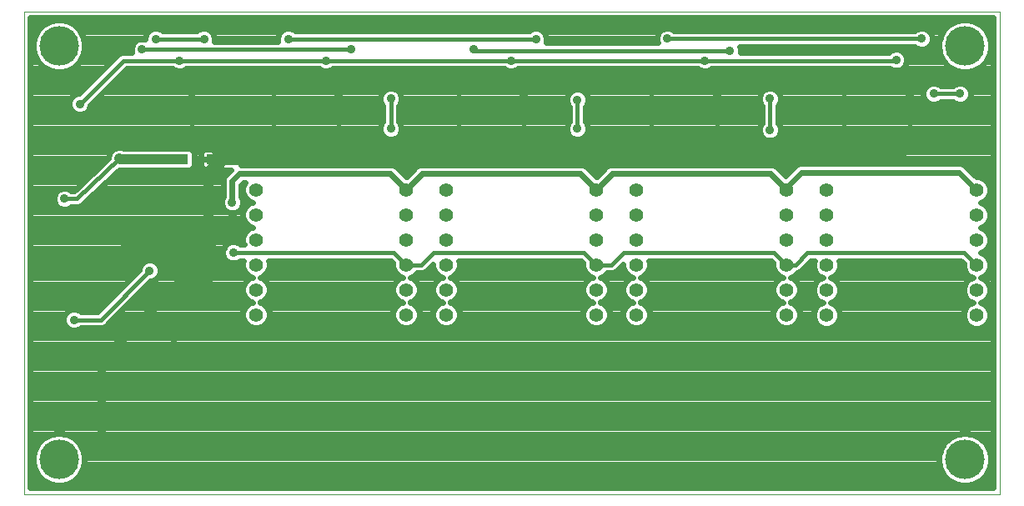
<source format=gtl>
G75*
%MOIN*%
%OFA0B0*%
%FSLAX25Y25*%
%IPPOS*%
%LPD*%
%AMOC8*
5,1,8,0,0,1.08239X$1,22.5*
%
%ADD10C,0.00000*%
%ADD11C,0.05600*%
%ADD12R,0.11614X0.03937*%
%ADD13C,0.04000*%
%ADD14C,0.04134*%
%ADD15C,0.03562*%
%ADD16C,0.01600*%
%ADD17C,0.02400*%
%ADD18C,0.05600*%
%ADD19C,0.03200*%
%ADD20C,0.15811*%
D10*
X0001000Y0006275D02*
X0001000Y0199189D01*
X0390764Y0199189D01*
X0390764Y0006275D01*
X0001000Y0006275D01*
D11*
X0093608Y0077947D03*
X0093608Y0087947D03*
X0093608Y0097947D03*
X0093608Y0107947D03*
X0093608Y0117947D03*
X0093608Y0127947D03*
X0153608Y0127947D03*
X0169608Y0127947D03*
X0169608Y0117947D03*
X0153608Y0117947D03*
X0153608Y0107947D03*
X0169608Y0107947D03*
X0169608Y0097947D03*
X0153608Y0097947D03*
X0153608Y0087947D03*
X0169608Y0087947D03*
X0169608Y0077947D03*
X0153608Y0077947D03*
X0229608Y0077947D03*
X0245608Y0077947D03*
X0245608Y0087947D03*
X0229608Y0087947D03*
X0229608Y0097947D03*
X0245608Y0097947D03*
X0245608Y0107947D03*
X0229608Y0107947D03*
X0229608Y0117947D03*
X0245608Y0117947D03*
X0245608Y0127947D03*
X0229608Y0127947D03*
X0305608Y0127947D03*
X0321669Y0127761D03*
X0321669Y0117761D03*
X0305608Y0117947D03*
X0305608Y0107947D03*
X0321669Y0107761D03*
X0321669Y0097761D03*
X0305608Y0097947D03*
X0305608Y0087947D03*
X0321669Y0087761D03*
X0321669Y0077761D03*
X0305608Y0077947D03*
X0381669Y0077761D03*
X0381669Y0087761D03*
X0381669Y0097761D03*
X0381669Y0107761D03*
X0381669Y0117761D03*
X0381669Y0127761D03*
D12*
X0079583Y0140063D03*
X0060686Y0140063D03*
D13*
X0039276Y0140063D01*
X0039031Y0140307D01*
X0074531Y0135011D02*
X0074531Y0124807D01*
X0074531Y0107941D01*
X0075803Y0106669D01*
X0075394Y0106669D01*
X0075031Y0106307D01*
X0074531Y0135011D02*
X0079583Y0140063D01*
D14*
X0039031Y0140307D03*
D15*
X0045531Y0145307D03*
X0023205Y0162260D03*
X0047972Y0184079D03*
X0053572Y0188110D03*
X0062972Y0179547D03*
X0072772Y0188110D03*
X0100531Y0170307D03*
X0121472Y0179547D03*
X0131472Y0184079D03*
X0106472Y0188110D03*
X0126531Y0165307D03*
X0147531Y0164307D03*
X0147531Y0152307D03*
X0177031Y0146807D03*
X0200531Y0165807D03*
X0222031Y0163807D03*
X0222031Y0152307D03*
X0253031Y0145307D03*
X0278031Y0165307D03*
X0299031Y0164307D03*
X0299031Y0151807D03*
X0331031Y0145307D03*
X0355031Y0165307D03*
X0364531Y0166307D03*
X0375031Y0166307D03*
X0349531Y0179807D03*
X0359602Y0188307D03*
X0328531Y0170307D03*
X0282972Y0183579D03*
X0272972Y0179547D03*
X0258031Y0188307D03*
X0251531Y0170807D03*
X0205472Y0188110D03*
X0195472Y0179547D03*
X0180472Y0184079D03*
X0174531Y0170807D03*
X0103031Y0146307D03*
X0068031Y0164807D03*
X0074531Y0124807D03*
X0084031Y0122807D03*
X0075031Y0106307D03*
X0084531Y0102807D03*
X0074531Y0089807D03*
X0051031Y0095507D03*
X0041031Y0106307D03*
X0017031Y0124307D03*
X0020831Y0075907D03*
X0071031Y0057507D03*
X0041282Y0027113D03*
X0032031Y0027707D03*
X0015631Y0040707D03*
D16*
X0050181Y0077957D02*
X0070631Y0057507D01*
X0071031Y0057507D01*
X0051031Y0095507D02*
X0031431Y0075907D01*
X0020831Y0075907D01*
X0041031Y0106307D02*
X0075031Y0106307D01*
X0084531Y0102807D02*
X0148748Y0102807D01*
X0153608Y0097947D01*
X0159672Y0097947D01*
X0164531Y0102807D01*
X0224748Y0102807D01*
X0229608Y0097947D01*
X0235672Y0097947D01*
X0240531Y0102807D01*
X0300748Y0102807D01*
X0305608Y0097947D01*
X0309172Y0097947D01*
X0314031Y0102807D01*
X0376623Y0102807D01*
X0381669Y0097761D01*
X0331031Y0141859D02*
X0330031Y0140859D01*
X0331031Y0141859D02*
X0331031Y0145307D01*
X0328531Y0147807D01*
X0328531Y0170307D01*
X0349531Y0179547D02*
X0272972Y0179547D01*
X0195472Y0179547D01*
X0121472Y0179547D01*
X0062972Y0179547D01*
X0040492Y0179547D01*
X0023205Y0162260D01*
X0045531Y0145307D02*
X0061031Y0145307D01*
X0068031Y0152307D01*
X0068031Y0151615D01*
X0079583Y0140063D01*
X0100531Y0148807D02*
X0103031Y0146307D01*
X0103031Y0141859D01*
X0102031Y0140859D01*
X0100531Y0148807D02*
X0100531Y0170307D01*
X0126531Y0165307D02*
X0126531Y0141359D01*
X0126031Y0140859D01*
X0147531Y0152307D02*
X0147531Y0164307D01*
X0174531Y0170807D02*
X0174531Y0149307D01*
X0177031Y0146807D01*
X0177031Y0141359D01*
X0176531Y0140859D01*
X0200531Y0140859D02*
X0200531Y0165807D01*
X0222031Y0163807D02*
X0222031Y0152307D01*
X0251531Y0146807D02*
X0253031Y0145307D01*
X0253031Y0141859D01*
X0254031Y0140859D01*
X0251531Y0146807D02*
X0251531Y0170807D01*
X0278031Y0165307D02*
X0278031Y0141859D01*
X0277031Y0140859D01*
X0299031Y0151807D02*
X0299031Y0164307D01*
X0282972Y0183579D02*
X0180472Y0183579D01*
X0180472Y0184079D01*
X0205472Y0188110D02*
X0106472Y0188110D01*
X0131472Y0184079D02*
X0047972Y0184079D01*
X0053572Y0188110D02*
X0072772Y0188110D01*
X0062972Y0179547D02*
X0062937Y0179583D01*
X0062972Y0179547D02*
X0062872Y0179447D01*
X0068031Y0164807D02*
X0068031Y0152307D01*
X0039031Y0140307D02*
X0022031Y0124307D01*
X0017031Y0124307D01*
X0258031Y0188307D02*
X0359602Y0188307D01*
X0349531Y0179807D02*
X0349531Y0179547D01*
X0364531Y0166307D02*
X0375031Y0166307D01*
X0355031Y0165307D02*
X0355031Y0147307D01*
D17*
X0375339Y0138407D02*
X0310815Y0138407D01*
X0309492Y0137859D01*
X0308480Y0136846D01*
X0305140Y0133506D01*
X0301287Y0137359D01*
X0299964Y0137907D01*
X0235315Y0137907D01*
X0233992Y0137359D01*
X0232980Y0136346D01*
X0229780Y0133147D01*
X0229499Y0133147D01*
X0225287Y0137359D01*
X0223964Y0137907D01*
X0159315Y0137907D01*
X0157992Y0137359D01*
X0156980Y0136346D01*
X0153780Y0133147D01*
X0153499Y0133147D01*
X0149287Y0137359D01*
X0147964Y0137907D01*
X0087591Y0137907D01*
X0087591Y0140063D01*
X0087591Y0142321D01*
X0087441Y0142881D01*
X0087151Y0143382D01*
X0086741Y0143792D01*
X0086240Y0144081D01*
X0085680Y0144231D01*
X0079584Y0144231D01*
X0079584Y0140063D01*
X0087591Y0140063D01*
X0079584Y0140063D01*
X0079584Y0140063D01*
X0079583Y0140063D01*
X0079583Y0140063D01*
X0071576Y0140063D01*
X0071576Y0142321D01*
X0071726Y0142881D01*
X0072016Y0143382D01*
X0072426Y0143792D01*
X0072927Y0144081D01*
X0073487Y0144231D01*
X0079583Y0144231D01*
X0079583Y0140063D01*
X0071576Y0140063D01*
X0071576Y0137805D01*
X0071726Y0137245D01*
X0072016Y0136744D01*
X0072426Y0136334D01*
X0072927Y0136044D01*
X0073487Y0135894D01*
X0079583Y0135894D01*
X0079583Y0140063D01*
X0079584Y0140063D01*
X0079584Y0135894D01*
X0083528Y0135894D01*
X0080980Y0133346D01*
X0080431Y0132023D01*
X0080431Y0125042D01*
X0079850Y0123639D01*
X0079850Y0121975D01*
X0080487Y0120439D01*
X0081663Y0119262D01*
X0083200Y0118626D01*
X0084863Y0118626D01*
X0086400Y0119262D01*
X0087576Y0120439D01*
X0088213Y0121975D01*
X0088213Y0123639D01*
X0087631Y0125042D01*
X0087631Y0129816D01*
X0088523Y0130707D01*
X0089123Y0130707D01*
X0088408Y0128981D01*
X0088408Y0126913D01*
X0089200Y0125002D01*
X0090662Y0123539D01*
X0092091Y0122947D01*
X0090662Y0122355D01*
X0089200Y0120893D01*
X0088408Y0118981D01*
X0088408Y0116913D01*
X0089200Y0115002D01*
X0090662Y0113539D01*
X0092091Y0112947D01*
X0090662Y0112355D01*
X0089200Y0110893D01*
X0088408Y0108981D01*
X0088408Y0106913D01*
X0088783Y0106007D01*
X0087244Y0106007D01*
X0086900Y0106352D01*
X0085363Y0106988D01*
X0083700Y0106988D01*
X0082163Y0106352D01*
X0080987Y0105175D01*
X0080350Y0103639D01*
X0080350Y0101975D01*
X0080987Y0100439D01*
X0082163Y0099262D01*
X0083700Y0098626D01*
X0085363Y0098626D01*
X0086900Y0099262D01*
X0087244Y0099607D01*
X0088667Y0099607D01*
X0088408Y0098981D01*
X0088408Y0096913D01*
X0089200Y0095002D01*
X0090662Y0093539D01*
X0092091Y0092947D01*
X0090662Y0092355D01*
X0089200Y0090893D01*
X0088408Y0088981D01*
X0088408Y0086913D01*
X0089200Y0085002D01*
X0090662Y0083539D01*
X0092091Y0082947D01*
X0090662Y0082355D01*
X0089200Y0080893D01*
X0088408Y0078981D01*
X0088408Y0076913D01*
X0089200Y0075002D01*
X0090662Y0073539D01*
X0092574Y0072747D01*
X0094642Y0072747D01*
X0096553Y0073539D01*
X0098016Y0075002D01*
X0098808Y0076913D01*
X0098808Y0078981D01*
X0098016Y0080893D01*
X0096553Y0082355D01*
X0095125Y0082947D01*
X0096553Y0083539D01*
X0098016Y0085002D01*
X0098808Y0086913D01*
X0098808Y0088981D01*
X0098016Y0090893D01*
X0096553Y0092355D01*
X0095125Y0092947D01*
X0096553Y0093539D01*
X0098016Y0095002D01*
X0098808Y0096913D01*
X0098808Y0098981D01*
X0098549Y0099607D01*
X0147423Y0099607D01*
X0148408Y0098622D01*
X0148408Y0096913D01*
X0149200Y0095002D01*
X0150662Y0093539D01*
X0152091Y0092947D01*
X0150662Y0092355D01*
X0149200Y0090893D01*
X0148408Y0088981D01*
X0148408Y0086913D01*
X0149200Y0085002D01*
X0150662Y0083539D01*
X0152091Y0082947D01*
X0150662Y0082355D01*
X0149200Y0080893D01*
X0148408Y0078981D01*
X0148408Y0076913D01*
X0149200Y0075002D01*
X0150662Y0073539D01*
X0152574Y0072747D01*
X0154642Y0072747D01*
X0156553Y0073539D01*
X0158016Y0075002D01*
X0158808Y0076913D01*
X0158808Y0078981D01*
X0158016Y0080893D01*
X0156553Y0082355D01*
X0155125Y0082947D01*
X0156553Y0083539D01*
X0158016Y0085002D01*
X0158808Y0086913D01*
X0158808Y0088981D01*
X0158016Y0090893D01*
X0156553Y0092355D01*
X0155125Y0092947D01*
X0156553Y0093539D01*
X0157762Y0094747D01*
X0160308Y0094747D01*
X0161484Y0095234D01*
X0164408Y0098158D01*
X0164408Y0096913D01*
X0165200Y0095002D01*
X0166662Y0093539D01*
X0168091Y0092947D01*
X0166662Y0092355D01*
X0165200Y0090893D01*
X0164408Y0088981D01*
X0164408Y0086913D01*
X0165200Y0085002D01*
X0166662Y0083539D01*
X0168091Y0082947D01*
X0166662Y0082355D01*
X0165200Y0080893D01*
X0164408Y0078981D01*
X0164408Y0076913D01*
X0165200Y0075002D01*
X0166662Y0073539D01*
X0168574Y0072747D01*
X0170642Y0072747D01*
X0172553Y0073539D01*
X0174016Y0075002D01*
X0174808Y0076913D01*
X0174808Y0078981D01*
X0174016Y0080893D01*
X0172553Y0082355D01*
X0171125Y0082947D01*
X0172553Y0083539D01*
X0174016Y0085002D01*
X0174808Y0086913D01*
X0174808Y0088981D01*
X0174016Y0090893D01*
X0172553Y0092355D01*
X0171125Y0092947D01*
X0172553Y0093539D01*
X0174016Y0095002D01*
X0174808Y0096913D01*
X0174808Y0098981D01*
X0174549Y0099607D01*
X0223423Y0099607D01*
X0224408Y0098622D01*
X0224408Y0096913D01*
X0225200Y0095002D01*
X0226662Y0093539D01*
X0228091Y0092947D01*
X0226662Y0092355D01*
X0225200Y0090893D01*
X0224408Y0088981D01*
X0224408Y0086913D01*
X0225200Y0085002D01*
X0226662Y0083539D01*
X0228091Y0082947D01*
X0226662Y0082355D01*
X0225200Y0080893D01*
X0224408Y0078981D01*
X0224408Y0076913D01*
X0225200Y0075002D01*
X0226662Y0073539D01*
X0228574Y0072747D01*
X0230642Y0072747D01*
X0232553Y0073539D01*
X0234016Y0075002D01*
X0234808Y0076913D01*
X0234808Y0078981D01*
X0234016Y0080893D01*
X0232553Y0082355D01*
X0231125Y0082947D01*
X0232553Y0083539D01*
X0234016Y0085002D01*
X0234808Y0086913D01*
X0234808Y0088981D01*
X0234016Y0090893D01*
X0232553Y0092355D01*
X0231125Y0092947D01*
X0232553Y0093539D01*
X0233762Y0094747D01*
X0236308Y0094747D01*
X0237484Y0095234D01*
X0240408Y0098158D01*
X0240408Y0096913D01*
X0241200Y0095002D01*
X0242662Y0093539D01*
X0244091Y0092947D01*
X0242662Y0092355D01*
X0241200Y0090893D01*
X0240408Y0088981D01*
X0240408Y0086913D01*
X0241200Y0085002D01*
X0242662Y0083539D01*
X0244091Y0082947D01*
X0242662Y0082355D01*
X0241200Y0080893D01*
X0240408Y0078981D01*
X0240408Y0076913D01*
X0241200Y0075002D01*
X0242662Y0073539D01*
X0244574Y0072747D01*
X0246642Y0072747D01*
X0248553Y0073539D01*
X0250016Y0075002D01*
X0250808Y0076913D01*
X0250808Y0078981D01*
X0250016Y0080893D01*
X0248553Y0082355D01*
X0247125Y0082947D01*
X0248553Y0083539D01*
X0250016Y0085002D01*
X0250808Y0086913D01*
X0250808Y0088981D01*
X0250016Y0090893D01*
X0248553Y0092355D01*
X0247125Y0092947D01*
X0248553Y0093539D01*
X0250016Y0095002D01*
X0250808Y0096913D01*
X0250808Y0098981D01*
X0250549Y0099607D01*
X0299423Y0099607D01*
X0300408Y0098622D01*
X0300408Y0096913D01*
X0301200Y0095002D01*
X0302662Y0093539D01*
X0304091Y0092947D01*
X0302662Y0092355D01*
X0301200Y0090893D01*
X0300408Y0088981D01*
X0300408Y0086913D01*
X0301200Y0085002D01*
X0302662Y0083539D01*
X0304091Y0082947D01*
X0302662Y0082355D01*
X0301200Y0080893D01*
X0300408Y0078981D01*
X0300408Y0076913D01*
X0301200Y0075002D01*
X0302662Y0073539D01*
X0304574Y0072747D01*
X0306642Y0072747D01*
X0308553Y0073539D01*
X0310016Y0075002D01*
X0310808Y0076913D01*
X0310808Y0078981D01*
X0310016Y0080893D01*
X0308553Y0082355D01*
X0307125Y0082947D01*
X0308553Y0083539D01*
X0310016Y0085002D01*
X0310808Y0086913D01*
X0310808Y0088981D01*
X0310016Y0090893D01*
X0308553Y0092355D01*
X0307125Y0092947D01*
X0308553Y0093539D01*
X0309762Y0094747D01*
X0309808Y0094747D01*
X0310984Y0095234D01*
X0315357Y0099607D01*
X0316806Y0099607D01*
X0316469Y0098795D01*
X0316469Y0096726D01*
X0317261Y0094815D01*
X0318724Y0093352D01*
X0320152Y0092761D01*
X0318724Y0092169D01*
X0317261Y0090706D01*
X0316469Y0088795D01*
X0316469Y0086726D01*
X0317261Y0084815D01*
X0318724Y0083352D01*
X0320152Y0082761D01*
X0318724Y0082169D01*
X0317261Y0080706D01*
X0316469Y0078795D01*
X0316469Y0076726D01*
X0317261Y0074815D01*
X0318724Y0073352D01*
X0320635Y0072561D01*
X0322704Y0072561D01*
X0324615Y0073352D01*
X0326078Y0074815D01*
X0326869Y0076726D01*
X0326869Y0078795D01*
X0326078Y0080706D01*
X0324615Y0082169D01*
X0323186Y0082761D01*
X0324615Y0083352D01*
X0326078Y0084815D01*
X0326869Y0086726D01*
X0326869Y0088795D01*
X0326078Y0090706D01*
X0324615Y0092169D01*
X0323186Y0092761D01*
X0324615Y0093352D01*
X0326078Y0094815D01*
X0326869Y0096726D01*
X0326869Y0098795D01*
X0326533Y0099607D01*
X0375297Y0099607D01*
X0376469Y0098435D01*
X0376469Y0096726D01*
X0377261Y0094815D01*
X0378724Y0093352D01*
X0380152Y0092761D01*
X0378724Y0092169D01*
X0377261Y0090706D01*
X0376469Y0088795D01*
X0376469Y0086726D01*
X0377261Y0084815D01*
X0378724Y0083352D01*
X0380152Y0082761D01*
X0378724Y0082169D01*
X0377261Y0080706D01*
X0376469Y0078795D01*
X0376469Y0076726D01*
X0377261Y0074815D01*
X0378724Y0073352D01*
X0380635Y0072561D01*
X0382704Y0072561D01*
X0384615Y0073352D01*
X0386078Y0074815D01*
X0386869Y0076726D01*
X0386869Y0078795D01*
X0386078Y0080706D01*
X0384615Y0082169D01*
X0383186Y0082761D01*
X0384615Y0083352D01*
X0386078Y0084815D01*
X0386869Y0086726D01*
X0386869Y0088795D01*
X0386078Y0090706D01*
X0384615Y0092169D01*
X0383186Y0092761D01*
X0384615Y0093352D01*
X0386078Y0094815D01*
X0386869Y0096726D01*
X0386869Y0098795D01*
X0386078Y0100706D01*
X0384615Y0102169D01*
X0383186Y0102761D01*
X0384615Y0103352D01*
X0386078Y0104815D01*
X0386869Y0106726D01*
X0386869Y0108795D01*
X0386078Y0110706D01*
X0384615Y0112169D01*
X0383186Y0112761D01*
X0384615Y0113352D01*
X0386078Y0114815D01*
X0386869Y0116726D01*
X0386869Y0118795D01*
X0386078Y0120706D01*
X0384615Y0122169D01*
X0383186Y0122761D01*
X0384615Y0123352D01*
X0386078Y0124815D01*
X0386869Y0126726D01*
X0386869Y0128795D01*
X0386078Y0130706D01*
X0384615Y0132169D01*
X0382704Y0132961D01*
X0381560Y0132961D01*
X0376662Y0137859D01*
X0375339Y0138407D01*
X0375854Y0138194D02*
X0388364Y0138194D01*
X0388364Y0140592D02*
X0087591Y0140592D01*
X0087591Y0138194D02*
X0310300Y0138194D01*
X0311531Y0134807D02*
X0374623Y0134807D01*
X0381669Y0127761D01*
X0386652Y0126201D02*
X0388364Y0126201D01*
X0388364Y0128600D02*
X0386869Y0128600D01*
X0385786Y0130998D02*
X0388364Y0130998D01*
X0388364Y0133397D02*
X0381124Y0133397D01*
X0378726Y0135795D02*
X0388364Y0135795D01*
X0388364Y0142991D02*
X0087377Y0142991D01*
X0079584Y0142991D02*
X0079583Y0142991D01*
X0079583Y0140592D02*
X0079584Y0140592D01*
X0079583Y0138194D02*
X0079584Y0138194D01*
X0083428Y0135795D02*
X0067213Y0135795D01*
X0066970Y0135694D02*
X0061637Y0135694D01*
X0061561Y0135663D01*
X0038766Y0135663D01*
X0024260Y0122010D01*
X0023844Y0121594D01*
X0023798Y0121575D01*
X0023761Y0121540D01*
X0023211Y0121332D01*
X0022668Y0121107D01*
X0022618Y0121107D01*
X0022571Y0121089D01*
X0021983Y0121107D01*
X0019744Y0121107D01*
X0019400Y0120762D01*
X0017863Y0120126D01*
X0016200Y0120126D01*
X0014663Y0120762D01*
X0013487Y0121939D01*
X0012850Y0123475D01*
X0012850Y0125139D01*
X0013487Y0126675D01*
X0014663Y0127852D01*
X0016200Y0128488D01*
X0017863Y0128488D01*
X0019400Y0127852D01*
X0019744Y0127507D01*
X0020762Y0127507D01*
X0034565Y0140497D01*
X0034565Y0141195D01*
X0035245Y0142837D01*
X0036501Y0144094D01*
X0038143Y0144774D01*
X0039920Y0144774D01*
X0040671Y0144463D01*
X0061561Y0144463D01*
X0061637Y0144431D01*
X0066970Y0144431D01*
X0067852Y0144066D01*
X0068528Y0143391D01*
X0068893Y0142509D01*
X0068893Y0137617D01*
X0068528Y0136735D01*
X0067852Y0136060D01*
X0066970Y0135694D01*
X0068893Y0138194D02*
X0071576Y0138194D01*
X0071576Y0140592D02*
X0068893Y0140592D01*
X0068693Y0142991D02*
X0071790Y0142991D01*
X0084031Y0131307D02*
X0087031Y0134307D01*
X0147248Y0134307D01*
X0153608Y0127947D01*
X0153672Y0127947D01*
X0160031Y0134307D01*
X0223248Y0134307D01*
X0229608Y0127947D01*
X0229672Y0127947D01*
X0236031Y0134307D01*
X0299248Y0134307D01*
X0305608Y0127947D01*
X0305608Y0128883D01*
X0311531Y0134807D01*
X0307428Y0135795D02*
X0302851Y0135795D01*
X0299863Y0147626D02*
X0301400Y0148262D01*
X0302576Y0149439D01*
X0303213Y0150975D01*
X0303213Y0152639D01*
X0302576Y0154175D01*
X0302231Y0154520D01*
X0302231Y0161594D01*
X0302576Y0161939D01*
X0303213Y0163475D01*
X0303213Y0165139D01*
X0302576Y0166675D01*
X0301400Y0167852D01*
X0299863Y0168488D01*
X0298200Y0168488D01*
X0296663Y0167852D01*
X0295487Y0166675D01*
X0294850Y0165139D01*
X0294850Y0163475D01*
X0295487Y0161939D01*
X0295831Y0161594D01*
X0295831Y0154520D01*
X0295487Y0154175D01*
X0294850Y0152639D01*
X0294850Y0150975D01*
X0295487Y0149439D01*
X0296663Y0148262D01*
X0298200Y0147626D01*
X0299863Y0147626D01*
X0300254Y0147788D02*
X0388364Y0147788D01*
X0388364Y0145389D02*
X0003400Y0145389D01*
X0003400Y0142991D02*
X0035398Y0142991D01*
X0034565Y0140592D02*
X0003400Y0140592D01*
X0003400Y0138194D02*
X0032117Y0138194D01*
X0029569Y0135795D02*
X0003400Y0135795D01*
X0003400Y0133397D02*
X0027020Y0133397D01*
X0024472Y0130998D02*
X0003400Y0130998D01*
X0003400Y0128600D02*
X0021923Y0128600D01*
X0028713Y0126201D02*
X0080431Y0126201D01*
X0080431Y0128600D02*
X0031261Y0128600D01*
X0033810Y0130998D02*
X0080431Y0130998D01*
X0081030Y0133397D02*
X0036358Y0133397D01*
X0026165Y0123803D02*
X0079918Y0123803D01*
X0080087Y0121404D02*
X0023401Y0121404D01*
X0014021Y0121404D02*
X0003400Y0121404D01*
X0003400Y0119006D02*
X0082283Y0119006D01*
X0085780Y0119006D02*
X0088418Y0119006D01*
X0088535Y0116607D02*
X0003400Y0116607D01*
X0003400Y0114208D02*
X0089993Y0114208D01*
X0090117Y0111810D02*
X0003400Y0111810D01*
X0003400Y0109411D02*
X0088586Y0109411D01*
X0088408Y0107013D02*
X0003400Y0107013D01*
X0003400Y0104614D02*
X0080755Y0104614D01*
X0080350Y0102216D02*
X0003400Y0102216D01*
X0003400Y0099817D02*
X0081608Y0099817D01*
X0088408Y0097419D02*
X0054765Y0097419D01*
X0054576Y0097875D02*
X0053400Y0099052D01*
X0051863Y0099688D01*
X0050200Y0099688D01*
X0048663Y0099052D01*
X0047487Y0097875D01*
X0046850Y0096339D01*
X0046850Y0095851D01*
X0030106Y0079107D01*
X0023544Y0079107D01*
X0023200Y0079452D01*
X0021663Y0080088D01*
X0020000Y0080088D01*
X0018463Y0079452D01*
X0017287Y0078275D01*
X0016650Y0076739D01*
X0016650Y0075075D01*
X0017287Y0073539D01*
X0018463Y0072362D01*
X0020000Y0071726D01*
X0021663Y0071726D01*
X0023200Y0072362D01*
X0023544Y0072707D01*
X0032068Y0072707D01*
X0033244Y0073194D01*
X0051376Y0091326D01*
X0051863Y0091326D01*
X0053400Y0091962D01*
X0054576Y0093139D01*
X0055213Y0094675D01*
X0055213Y0096339D01*
X0054576Y0097875D01*
X0055213Y0095020D02*
X0089192Y0095020D01*
X0091305Y0092622D02*
X0054059Y0092622D01*
X0050273Y0090223D02*
X0088922Y0090223D01*
X0088408Y0087825D02*
X0047875Y0087825D01*
X0045476Y0085426D02*
X0089024Y0085426D01*
X0091896Y0083028D02*
X0043078Y0083028D01*
X0040679Y0080629D02*
X0089090Y0080629D01*
X0088408Y0078231D02*
X0038281Y0078231D01*
X0031628Y0080629D02*
X0003400Y0080629D01*
X0003400Y0078231D02*
X0017268Y0078231D01*
X0016650Y0075832D02*
X0003400Y0075832D01*
X0003400Y0073434D02*
X0017392Y0073434D01*
X0003400Y0071035D02*
X0388364Y0071035D01*
X0388364Y0068637D02*
X0003400Y0068637D01*
X0003400Y0066238D02*
X0388364Y0066238D01*
X0388364Y0063840D02*
X0003400Y0063840D01*
X0003400Y0061441D02*
X0388364Y0061441D01*
X0388364Y0059043D02*
X0003400Y0059043D01*
X0003400Y0056644D02*
X0388364Y0056644D01*
X0388364Y0054246D02*
X0003400Y0054246D01*
X0003400Y0051847D02*
X0388364Y0051847D01*
X0388364Y0049449D02*
X0003400Y0049449D01*
X0003400Y0047050D02*
X0388364Y0047050D01*
X0388364Y0044652D02*
X0003400Y0044652D01*
X0003400Y0042253D02*
X0388364Y0042253D01*
X0388364Y0039855D02*
X0003400Y0039855D01*
X0003400Y0037456D02*
X0388364Y0037456D01*
X0388364Y0035058D02*
X0003400Y0035058D01*
X0003400Y0032659D02*
X0388364Y0032659D01*
X0388364Y0030261D02*
X0378714Y0030261D01*
X0378341Y0030361D02*
X0375627Y0030361D01*
X0373006Y0029658D01*
X0370657Y0028301D01*
X0368738Y0026383D01*
X0367381Y0024033D01*
X0366679Y0021412D01*
X0366679Y0018698D01*
X0367381Y0016077D01*
X0368738Y0013727D01*
X0370657Y0011809D01*
X0373006Y0010452D01*
X0375627Y0009749D01*
X0378341Y0009749D01*
X0380962Y0010452D01*
X0383312Y0011809D01*
X0385231Y0013727D01*
X0386587Y0016077D01*
X0387290Y0018698D01*
X0387290Y0021412D01*
X0386587Y0024033D01*
X0385231Y0026383D01*
X0383312Y0028301D01*
X0380962Y0029658D01*
X0378341Y0030361D01*
X0375255Y0030261D02*
X0016509Y0030261D01*
X0016136Y0030361D02*
X0013423Y0030361D01*
X0010802Y0029658D01*
X0008452Y0028301D01*
X0006533Y0026383D01*
X0005176Y0024033D01*
X0004474Y0021412D01*
X0004474Y0018698D01*
X0005176Y0016077D01*
X0006533Y0013727D01*
X0008452Y0011809D01*
X0010802Y0010452D01*
X0013423Y0009749D01*
X0016136Y0009749D01*
X0018757Y0010452D01*
X0021107Y0011809D01*
X0023026Y0013727D01*
X0024383Y0016077D01*
X0025085Y0018698D01*
X0025085Y0021412D01*
X0024383Y0024033D01*
X0023026Y0026383D01*
X0021107Y0028301D01*
X0018757Y0029658D01*
X0016136Y0030361D01*
X0013050Y0030261D02*
X0003400Y0030261D01*
X0003400Y0027862D02*
X0008012Y0027862D01*
X0006002Y0025464D02*
X0003400Y0025464D01*
X0003400Y0023065D02*
X0004917Y0023065D01*
X0004474Y0020667D02*
X0003400Y0020667D01*
X0003400Y0018268D02*
X0004589Y0018268D01*
X0005296Y0015870D02*
X0003400Y0015870D01*
X0003400Y0013471D02*
X0006789Y0013471D01*
X0009727Y0011073D02*
X0003400Y0011073D01*
X0003400Y0008675D02*
X0003400Y0196789D01*
X0388364Y0196789D01*
X0388364Y0008675D01*
X0003400Y0008675D01*
X0019832Y0011073D02*
X0371931Y0011073D01*
X0368994Y0013471D02*
X0022770Y0013471D01*
X0024263Y0015870D02*
X0367501Y0015870D01*
X0366794Y0018268D02*
X0024970Y0018268D01*
X0025085Y0020667D02*
X0366679Y0020667D01*
X0367122Y0023065D02*
X0024642Y0023065D01*
X0023557Y0025464D02*
X0368207Y0025464D01*
X0370217Y0027862D02*
X0021547Y0027862D01*
X0033484Y0073434D02*
X0090916Y0073434D01*
X0088855Y0075832D02*
X0035882Y0075832D01*
X0034027Y0083028D02*
X0003400Y0083028D01*
X0003400Y0085426D02*
X0036425Y0085426D01*
X0038824Y0087825D02*
X0003400Y0087825D01*
X0003400Y0090223D02*
X0041222Y0090223D01*
X0043621Y0092622D02*
X0003400Y0092622D01*
X0003400Y0095020D02*
X0046019Y0095020D01*
X0047298Y0097419D02*
X0003400Y0097419D01*
X0003400Y0123803D02*
X0012850Y0123803D01*
X0013290Y0126201D02*
X0003400Y0126201D01*
X0003400Y0147788D02*
X0297809Y0147788D01*
X0295177Y0150186D02*
X0225679Y0150186D01*
X0225576Y0149939D02*
X0226213Y0151475D01*
X0226213Y0153139D01*
X0225576Y0154675D01*
X0225231Y0155020D01*
X0225231Y0161094D01*
X0225576Y0161439D01*
X0226213Y0162975D01*
X0226213Y0164639D01*
X0225576Y0166175D01*
X0224400Y0167352D01*
X0222863Y0167988D01*
X0221200Y0167988D01*
X0219663Y0167352D01*
X0218487Y0166175D01*
X0217850Y0164639D01*
X0217850Y0162975D01*
X0218487Y0161439D01*
X0218831Y0161094D01*
X0218831Y0155020D01*
X0218487Y0154675D01*
X0217850Y0153139D01*
X0217850Y0151475D01*
X0218487Y0149939D01*
X0219663Y0148762D01*
X0221200Y0148126D01*
X0222863Y0148126D01*
X0224400Y0148762D01*
X0225576Y0149939D01*
X0226213Y0152585D02*
X0294850Y0152585D01*
X0295831Y0154983D02*
X0225268Y0154983D01*
X0225231Y0157382D02*
X0295831Y0157382D01*
X0295831Y0159780D02*
X0225231Y0159780D01*
X0225883Y0162179D02*
X0295387Y0162179D01*
X0294850Y0164577D02*
X0226213Y0164577D01*
X0224776Y0166976D02*
X0295787Y0166976D01*
X0302276Y0166976D02*
X0360350Y0166976D01*
X0360350Y0167139D02*
X0360350Y0165475D01*
X0360987Y0163939D01*
X0362163Y0162762D01*
X0363700Y0162126D01*
X0365363Y0162126D01*
X0366900Y0162762D01*
X0367244Y0163107D01*
X0372319Y0163107D01*
X0372663Y0162762D01*
X0374200Y0162126D01*
X0375863Y0162126D01*
X0377400Y0162762D01*
X0378576Y0163939D01*
X0379213Y0165475D01*
X0379213Y0167139D01*
X0378576Y0168675D01*
X0377400Y0169852D01*
X0375863Y0170488D01*
X0374200Y0170488D01*
X0372663Y0169852D01*
X0372319Y0169507D01*
X0367244Y0169507D01*
X0366900Y0169852D01*
X0365363Y0170488D01*
X0363700Y0170488D01*
X0362163Y0169852D01*
X0360987Y0168675D01*
X0360350Y0167139D01*
X0360722Y0164577D02*
X0303213Y0164577D01*
X0302676Y0162179D02*
X0363572Y0162179D01*
X0365491Y0162179D02*
X0374072Y0162179D01*
X0375991Y0162179D02*
X0388364Y0162179D01*
X0388364Y0164577D02*
X0378841Y0164577D01*
X0379213Y0166976D02*
X0388364Y0166976D01*
X0388364Y0169374D02*
X0377877Y0169374D01*
X0378341Y0175104D02*
X0375627Y0175104D01*
X0373006Y0175806D01*
X0370657Y0177163D01*
X0368738Y0179082D01*
X0367381Y0181432D01*
X0366679Y0184053D01*
X0366679Y0186766D01*
X0367381Y0189387D01*
X0368738Y0191737D01*
X0370657Y0193656D01*
X0373006Y0195013D01*
X0375627Y0195715D01*
X0378341Y0195715D01*
X0380962Y0195013D01*
X0383312Y0193656D01*
X0385231Y0191737D01*
X0386587Y0189387D01*
X0387290Y0186766D01*
X0387290Y0184053D01*
X0386587Y0181432D01*
X0385231Y0179082D01*
X0383312Y0177163D01*
X0380962Y0175806D01*
X0378341Y0175104D01*
X0382285Y0176570D02*
X0388364Y0176570D01*
X0388364Y0178968D02*
X0385117Y0178968D01*
X0386550Y0181367D02*
X0388364Y0181367D01*
X0388364Y0183765D02*
X0387213Y0183765D01*
X0387290Y0186164D02*
X0388364Y0186164D01*
X0388364Y0188562D02*
X0386808Y0188562D01*
X0385679Y0190961D02*
X0388364Y0190961D01*
X0388364Y0193359D02*
X0383608Y0193359D01*
X0388364Y0195758D02*
X0003400Y0195758D01*
X0003400Y0193359D02*
X0008155Y0193359D01*
X0008452Y0193656D02*
X0006533Y0191737D01*
X0005176Y0189387D01*
X0004474Y0186766D01*
X0004474Y0184053D01*
X0005176Y0181432D01*
X0006533Y0179082D01*
X0008452Y0177163D01*
X0010802Y0175806D01*
X0013423Y0175104D01*
X0016136Y0175104D01*
X0018757Y0175806D01*
X0021107Y0177163D01*
X0023026Y0179082D01*
X0024383Y0181432D01*
X0025085Y0184053D01*
X0025085Y0186766D01*
X0024383Y0189387D01*
X0023026Y0191737D01*
X0021107Y0193656D01*
X0018757Y0195013D01*
X0016136Y0195715D01*
X0013423Y0195715D01*
X0010802Y0195013D01*
X0008452Y0193656D01*
X0006085Y0190961D02*
X0003400Y0190961D01*
X0003400Y0188562D02*
X0004955Y0188562D01*
X0004474Y0186164D02*
X0003400Y0186164D01*
X0003400Y0183765D02*
X0004551Y0183765D01*
X0005214Y0181367D02*
X0003400Y0181367D01*
X0003400Y0178968D02*
X0006646Y0178968D01*
X0009479Y0176570D02*
X0003400Y0176570D01*
X0003400Y0174171D02*
X0030591Y0174171D01*
X0032989Y0176570D02*
X0020080Y0176570D01*
X0022913Y0178968D02*
X0035388Y0178968D01*
X0037779Y0181360D02*
X0022860Y0166441D01*
X0022373Y0166441D01*
X0020836Y0165804D01*
X0019660Y0164628D01*
X0019024Y0163091D01*
X0019024Y0161428D01*
X0019660Y0159891D01*
X0020836Y0158715D01*
X0022373Y0158079D01*
X0024036Y0158079D01*
X0025573Y0158715D01*
X0026749Y0159891D01*
X0027386Y0161428D01*
X0027386Y0161915D01*
X0041818Y0176347D01*
X0060259Y0176347D01*
X0060604Y0176003D01*
X0062141Y0175366D01*
X0063804Y0175366D01*
X0065341Y0176003D01*
X0065685Y0176347D01*
X0118759Y0176347D01*
X0119104Y0176003D01*
X0120641Y0175366D01*
X0122304Y0175366D01*
X0123841Y0176003D01*
X0124185Y0176347D01*
X0192759Y0176347D01*
X0193104Y0176003D01*
X0194641Y0175366D01*
X0196304Y0175366D01*
X0197841Y0176003D01*
X0198185Y0176347D01*
X0270259Y0176347D01*
X0270604Y0176003D01*
X0272141Y0175366D01*
X0273804Y0175366D01*
X0275341Y0176003D01*
X0275685Y0176347D01*
X0347078Y0176347D01*
X0347163Y0176262D01*
X0348700Y0175626D01*
X0350363Y0175626D01*
X0351900Y0176262D01*
X0353076Y0177439D01*
X0353713Y0178975D01*
X0353713Y0180639D01*
X0353076Y0182175D01*
X0351900Y0183352D01*
X0350363Y0183988D01*
X0348700Y0183988D01*
X0347163Y0183352D01*
X0346559Y0182747D01*
X0287154Y0182747D01*
X0287154Y0184410D01*
X0286865Y0185107D01*
X0356889Y0185107D01*
X0357234Y0184762D01*
X0358771Y0184126D01*
X0360434Y0184126D01*
X0361971Y0184762D01*
X0363147Y0185939D01*
X0363783Y0187475D01*
X0363783Y0189139D01*
X0363147Y0190675D01*
X0361971Y0191852D01*
X0360434Y0192488D01*
X0358771Y0192488D01*
X0357234Y0191852D01*
X0356889Y0191507D01*
X0260744Y0191507D01*
X0260400Y0191852D01*
X0258863Y0192488D01*
X0257200Y0192488D01*
X0255663Y0191852D01*
X0254487Y0190675D01*
X0253850Y0189139D01*
X0253850Y0187475D01*
X0254139Y0186779D01*
X0209446Y0186779D01*
X0209654Y0187278D01*
X0209654Y0188942D01*
X0209017Y0190479D01*
X0207841Y0191655D01*
X0206304Y0192291D01*
X0204641Y0192291D01*
X0203104Y0191655D01*
X0202759Y0191310D01*
X0109185Y0191310D01*
X0108841Y0191655D01*
X0107304Y0192291D01*
X0105641Y0192291D01*
X0104104Y0191655D01*
X0102928Y0190479D01*
X0102291Y0188942D01*
X0102291Y0187279D01*
X0076954Y0187279D01*
X0076954Y0188942D01*
X0076317Y0190479D01*
X0075141Y0191655D01*
X0073604Y0192291D01*
X0071941Y0192291D01*
X0070404Y0191655D01*
X0070059Y0191310D01*
X0056285Y0191310D01*
X0055941Y0191655D01*
X0054404Y0192291D01*
X0052741Y0192291D01*
X0051204Y0191655D01*
X0050028Y0190479D01*
X0049391Y0188942D01*
X0049391Y0188016D01*
X0048804Y0188260D01*
X0047141Y0188260D01*
X0045604Y0187623D01*
X0044428Y0186447D01*
X0043791Y0184910D01*
X0043791Y0183247D01*
X0043998Y0182747D01*
X0039856Y0182747D01*
X0038679Y0182260D01*
X0037779Y0181360D01*
X0037786Y0181367D02*
X0024345Y0181367D01*
X0025008Y0183765D02*
X0043791Y0183765D01*
X0044311Y0186164D02*
X0025085Y0186164D01*
X0024604Y0188562D02*
X0049391Y0188562D01*
X0050510Y0190961D02*
X0023474Y0190961D01*
X0021404Y0193359D02*
X0370360Y0193359D01*
X0368290Y0190961D02*
X0362861Y0190961D01*
X0363783Y0188562D02*
X0367160Y0188562D01*
X0366679Y0186164D02*
X0363240Y0186164D01*
X0366756Y0183765D02*
X0350901Y0183765D01*
X0348162Y0183765D02*
X0287154Y0183765D01*
X0254772Y0190961D02*
X0208535Y0190961D01*
X0209654Y0188562D02*
X0253850Y0188562D01*
X0219287Y0166976D02*
X0150776Y0166976D01*
X0151076Y0166675D02*
X0149900Y0167852D01*
X0148363Y0168488D01*
X0146700Y0168488D01*
X0145163Y0167852D01*
X0143987Y0166675D01*
X0143350Y0165139D01*
X0143350Y0163475D01*
X0143987Y0161939D01*
X0144331Y0161594D01*
X0144331Y0155020D01*
X0143987Y0154675D01*
X0143350Y0153139D01*
X0143350Y0151475D01*
X0143987Y0149939D01*
X0145163Y0148762D01*
X0146700Y0148126D01*
X0148363Y0148126D01*
X0149900Y0148762D01*
X0151076Y0149939D01*
X0151713Y0151475D01*
X0151713Y0153139D01*
X0151076Y0154675D01*
X0150731Y0155020D01*
X0150731Y0161594D01*
X0151076Y0161939D01*
X0151713Y0163475D01*
X0151713Y0165139D01*
X0151076Y0166675D01*
X0151713Y0164577D02*
X0217850Y0164577D01*
X0218180Y0162179D02*
X0151176Y0162179D01*
X0150731Y0159780D02*
X0218831Y0159780D01*
X0218831Y0157382D02*
X0150731Y0157382D01*
X0150768Y0154983D02*
X0218795Y0154983D01*
X0217850Y0152585D02*
X0151713Y0152585D01*
X0151179Y0150186D02*
X0218384Y0150186D01*
X0226851Y0135795D02*
X0232428Y0135795D01*
X0230030Y0133397D02*
X0229250Y0133397D01*
X0224408Y0097419D02*
X0174808Y0097419D01*
X0174024Y0095020D02*
X0225192Y0095020D01*
X0227305Y0092622D02*
X0171910Y0092622D01*
X0174293Y0090223D02*
X0224922Y0090223D01*
X0224408Y0087825D02*
X0174808Y0087825D01*
X0174192Y0085426D02*
X0225024Y0085426D01*
X0227896Y0083028D02*
X0171320Y0083028D01*
X0167896Y0083028D02*
X0155320Y0083028D01*
X0151896Y0083028D02*
X0095320Y0083028D01*
X0098125Y0080629D02*
X0149090Y0080629D01*
X0148408Y0078231D02*
X0098808Y0078231D01*
X0098360Y0075832D02*
X0148855Y0075832D01*
X0150916Y0073434D02*
X0096300Y0073434D01*
X0098192Y0085426D02*
X0149024Y0085426D01*
X0148408Y0087825D02*
X0098808Y0087825D01*
X0098293Y0090223D02*
X0148922Y0090223D01*
X0151306Y0092622D02*
X0095910Y0092622D01*
X0098024Y0095020D02*
X0149192Y0095020D01*
X0148408Y0097419D02*
X0098808Y0097419D01*
X0089711Y0121404D02*
X0087976Y0121404D01*
X0088145Y0123803D02*
X0090399Y0123803D01*
X0088703Y0126201D02*
X0087631Y0126201D01*
X0087631Y0128600D02*
X0088408Y0128600D01*
X0084031Y0131307D02*
X0084031Y0122807D01*
X0143884Y0150186D02*
X0003400Y0150186D01*
X0003400Y0152585D02*
X0143350Y0152585D01*
X0144295Y0154983D02*
X0003400Y0154983D01*
X0003400Y0157382D02*
X0144331Y0157382D01*
X0144331Y0159780D02*
X0026638Y0159780D01*
X0019771Y0159780D02*
X0003400Y0159780D01*
X0003400Y0162179D02*
X0019024Y0162179D01*
X0019639Y0164577D02*
X0003400Y0164577D01*
X0003400Y0166976D02*
X0023395Y0166976D01*
X0025794Y0169374D02*
X0003400Y0169374D01*
X0003400Y0171773D02*
X0028192Y0171773D01*
X0034845Y0169374D02*
X0361686Y0169374D01*
X0352207Y0176570D02*
X0371684Y0176570D01*
X0368851Y0178968D02*
X0353710Y0178968D01*
X0353411Y0181367D02*
X0367418Y0181367D01*
X0388364Y0174171D02*
X0039642Y0174171D01*
X0037243Y0171773D02*
X0388364Y0171773D01*
X0388364Y0159780D02*
X0302231Y0159780D01*
X0302231Y0157382D02*
X0388364Y0157382D01*
X0388364Y0154983D02*
X0302231Y0154983D01*
X0303213Y0152585D02*
X0388364Y0152585D01*
X0388364Y0150186D02*
X0302886Y0150186D01*
X0385065Y0123803D02*
X0388364Y0123803D01*
X0388364Y0121404D02*
X0385380Y0121404D01*
X0386782Y0119006D02*
X0388364Y0119006D01*
X0388364Y0116607D02*
X0386820Y0116607D01*
X0385471Y0114208D02*
X0388364Y0114208D01*
X0388364Y0111810D02*
X0384974Y0111810D01*
X0386614Y0109411D02*
X0388364Y0109411D01*
X0388364Y0107013D02*
X0386869Y0107013D01*
X0385877Y0104614D02*
X0388364Y0104614D01*
X0388364Y0102216D02*
X0384501Y0102216D01*
X0386446Y0099817D02*
X0388364Y0099817D01*
X0388364Y0097419D02*
X0386869Y0097419D01*
X0386163Y0095020D02*
X0388364Y0095020D01*
X0388364Y0092622D02*
X0383521Y0092622D01*
X0386278Y0090223D02*
X0388364Y0090223D01*
X0388364Y0087825D02*
X0386869Y0087825D01*
X0386331Y0085426D02*
X0388364Y0085426D01*
X0388364Y0083028D02*
X0383832Y0083028D01*
X0386109Y0080629D02*
X0388364Y0080629D01*
X0388364Y0078231D02*
X0386869Y0078231D01*
X0386499Y0075832D02*
X0388364Y0075832D01*
X0388364Y0073434D02*
X0384696Y0073434D01*
X0378642Y0073434D02*
X0324696Y0073434D01*
X0326499Y0075832D02*
X0376840Y0075832D01*
X0376469Y0078231D02*
X0326869Y0078231D01*
X0326109Y0080629D02*
X0377229Y0080629D01*
X0379507Y0083028D02*
X0323832Y0083028D01*
X0326331Y0085426D02*
X0377008Y0085426D01*
X0376469Y0087825D02*
X0326869Y0087825D01*
X0326278Y0090223D02*
X0377061Y0090223D01*
X0379817Y0092622D02*
X0323521Y0092622D01*
X0326163Y0095020D02*
X0377176Y0095020D01*
X0376469Y0097419D02*
X0326869Y0097419D01*
X0319817Y0092622D02*
X0307910Y0092622D01*
X0310293Y0090223D02*
X0317061Y0090223D01*
X0316469Y0087825D02*
X0310808Y0087825D01*
X0310192Y0085426D02*
X0317008Y0085426D01*
X0319507Y0083028D02*
X0307320Y0083028D01*
X0303896Y0083028D02*
X0247320Y0083028D01*
X0243896Y0083028D02*
X0231320Y0083028D01*
X0234125Y0080629D02*
X0241090Y0080629D01*
X0240408Y0078231D02*
X0234808Y0078231D01*
X0234360Y0075832D02*
X0240855Y0075832D01*
X0242916Y0073434D02*
X0232300Y0073434D01*
X0226916Y0073434D02*
X0172300Y0073434D01*
X0174360Y0075832D02*
X0224855Y0075832D01*
X0224408Y0078231D02*
X0174808Y0078231D01*
X0174125Y0080629D02*
X0225090Y0080629D01*
X0234192Y0085426D02*
X0241024Y0085426D01*
X0240408Y0087825D02*
X0234808Y0087825D01*
X0234293Y0090223D02*
X0240922Y0090223D01*
X0243305Y0092622D02*
X0231910Y0092622D01*
X0236968Y0095020D02*
X0241192Y0095020D01*
X0240408Y0097419D02*
X0239669Y0097419D01*
X0247910Y0092622D02*
X0303305Y0092622D01*
X0301192Y0095020D02*
X0250024Y0095020D01*
X0250808Y0097419D02*
X0300408Y0097419D01*
X0300922Y0090223D02*
X0250293Y0090223D01*
X0250808Y0087825D02*
X0300408Y0087825D01*
X0301024Y0085426D02*
X0250192Y0085426D01*
X0250125Y0080629D02*
X0301090Y0080629D01*
X0300408Y0078231D02*
X0250808Y0078231D01*
X0250360Y0075832D02*
X0300855Y0075832D01*
X0302916Y0073434D02*
X0248300Y0073434D01*
X0308300Y0073434D02*
X0318642Y0073434D01*
X0316840Y0075832D02*
X0310360Y0075832D01*
X0310808Y0078231D02*
X0316469Y0078231D01*
X0317229Y0080629D02*
X0310125Y0080629D01*
X0310468Y0095020D02*
X0317176Y0095020D01*
X0316469Y0097419D02*
X0313169Y0097419D01*
X0383751Y0027862D02*
X0388364Y0027862D01*
X0388364Y0025464D02*
X0385761Y0025464D01*
X0386847Y0023065D02*
X0388364Y0023065D01*
X0388364Y0020667D02*
X0387290Y0020667D01*
X0387174Y0018268D02*
X0388364Y0018268D01*
X0388364Y0015870D02*
X0386468Y0015870D01*
X0384974Y0013471D02*
X0388364Y0013471D01*
X0388364Y0011073D02*
X0382037Y0011073D01*
X0166916Y0073434D02*
X0156300Y0073434D01*
X0158360Y0075832D02*
X0164855Y0075832D01*
X0164408Y0078231D02*
X0158808Y0078231D01*
X0158125Y0080629D02*
X0165090Y0080629D01*
X0165024Y0085426D02*
X0158192Y0085426D01*
X0158808Y0087825D02*
X0164408Y0087825D01*
X0164922Y0090223D02*
X0158293Y0090223D01*
X0155910Y0092622D02*
X0167305Y0092622D01*
X0165192Y0095020D02*
X0160968Y0095020D01*
X0163669Y0097419D02*
X0164408Y0097419D01*
X0154030Y0133397D02*
X0153250Y0133397D01*
X0150851Y0135795D02*
X0156428Y0135795D01*
X0143887Y0162179D02*
X0027649Y0162179D01*
X0030048Y0164577D02*
X0143350Y0164577D01*
X0144287Y0166976D02*
X0032446Y0166976D01*
X0076954Y0188562D02*
X0102291Y0188562D01*
X0103410Y0190961D02*
X0075835Y0190961D01*
D18*
X0079583Y0140859D02*
X0102031Y0140859D01*
X0126031Y0140859D01*
X0176531Y0140859D01*
X0200531Y0140859D01*
X0254031Y0140859D01*
X0277031Y0140859D01*
X0330031Y0140859D01*
X0348583Y0140859D01*
X0355031Y0147307D01*
X0079583Y0140859D02*
X0079583Y0140063D01*
D19*
X0075031Y0106307D02*
X0074531Y0105807D01*
X0074531Y0091807D01*
X0064031Y0091807D01*
X0050181Y0077957D01*
X0032031Y0059807D01*
X0032031Y0027707D01*
X0074531Y0089807D02*
X0074531Y0091807D01*
D20*
X0014780Y0020055D03*
X0014780Y0185409D03*
X0376984Y0185409D03*
X0376984Y0020055D03*
M02*

</source>
